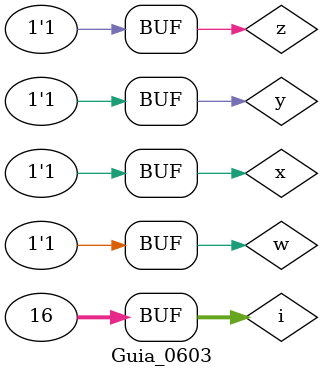
<source format=v>


module g0603 (output s1,
            output s2,
            output s3,
            output s4,
            output s5,
            input  x, y, w, z); // mintermos 
    assign s1 = (~x&~y&w&~z)   | (~x&~w&z) | (y&~w&z) | (x&~w&~z); 
    assign s2 = (~x&~y&~w)     | (~x&z)    | (y&z); 
    assign s3 = (~x&~w)        | (w&~z)    | (y&w);
    assign s4 = (x&y&~w&z)     | (~x&y&~z) | (~x&y&w) | (w&~z);
    assign s5 = (~y&~w | ~y&z) | (~x&w&z)  | (x&~w&z);
endmodule // g0603

// --------------------- 
// Guia_0603 
// --------------------- 

module Guia_0603; 
    reg   x = 0, y = 0, w = 0, z = 0; 
    wire  s1, s2, s3, s4, s5; 
    integer i = 0; 
    // instancias 
    g0603 EXP (s1, s2, s3, s4, s5, x, y, w, z); 

    // valores iniciais 
    initial begin: start 
        x=1'bx; y=1'bx; w=1'bx; z=1'bx;   // indefinidos 
    end // start

    // main 
    initial begin: main  
        $display("Guia_0603 - Teste ");  
        
        $display("\na.)");
        $display(" x  y  w  z = s1"); 
        $monitor("%2b %2b %2b %2b = %2b", x, y, w, z, s1 ); 
        for (i = 0; i < 16; i = i + 1) begin
            { x, y, w, z } = i;
            #1;
        end // for

        $display("\nb.)");
        $display(" x  y  w  z = s2"); 
        $monitor("%2b %2b %2b %2b = %2b", x, y, w, z, s2 ); 
        for (i = 0; i < 16; i = i + 1) begin
            { x, y, w, z } = i;
            #1;
        end // for

        $display("\nc.)");
        $display(" x  y  w  z = s3"); 
        $monitor("%2b %2b %2b %2b = %2b", x, y, w, z, s3 ); 
        for (i = 0; i < 16; i = i + 1) begin
            { x, y, w, z } = i;
            #1;
        end // for

        $display("\nd.)");
        $display(" x  y  w  z = s4"); 
        $monitor("%2b %2b %2b %2b = %2b", x, y, w, z, s4 );  
        for (i = 0; i < 16; i = i + 1) begin
            { x, y, w, z } = i;
            #1;
        end // for

        $display("\ne.)");
        $display(" x  y  w  z = s5"); 
        $monitor("%2b %2b %2b %2b = %2b", x, y, w, z, s5 );  
        for (i = 0; i < 16; i = i + 1) begin
            { x, y, w, z } = i;
            #1;
        end // for
        
    end // main

endmodule // Guia_0603 
</source>
